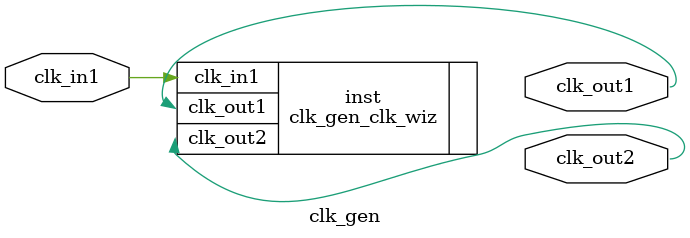
<source format=v>


`timescale 1ps/1ps

(* CORE_GENERATION_INFO = "clk_gen,clk_wiz_v5_4_3_0,{component_name=clk_gen,use_phase_alignment=true,use_min_o_jitter=false,use_max_i_jitter=false,use_dyn_phase_shift=false,use_inclk_switchover=false,use_dyn_reconfig=false,enable_axi=0,feedback_source=FDBK_AUTO,PRIMITIVE=MMCM,num_out_clk=2,clkin1_period=10.000,clkin2_period=10.000,use_power_down=false,use_reset=false,use_locked=false,use_inclk_stopped=false,feedback_type=SINGLE,CLOCK_MGR_TYPE=NA,manual_override=false}" *)

module clk_gen 
 (
  // Clock out ports
  output        clk_out1,
  output        clk_out2,
 // Clock in ports
  input         clk_in1
 );

  clk_gen_clk_wiz inst
  (
  // Clock out ports  
  .clk_out1(clk_out1),
  .clk_out2(clk_out2),
 // Clock in ports
  .clk_in1(clk_in1)
  );

endmodule

</source>
